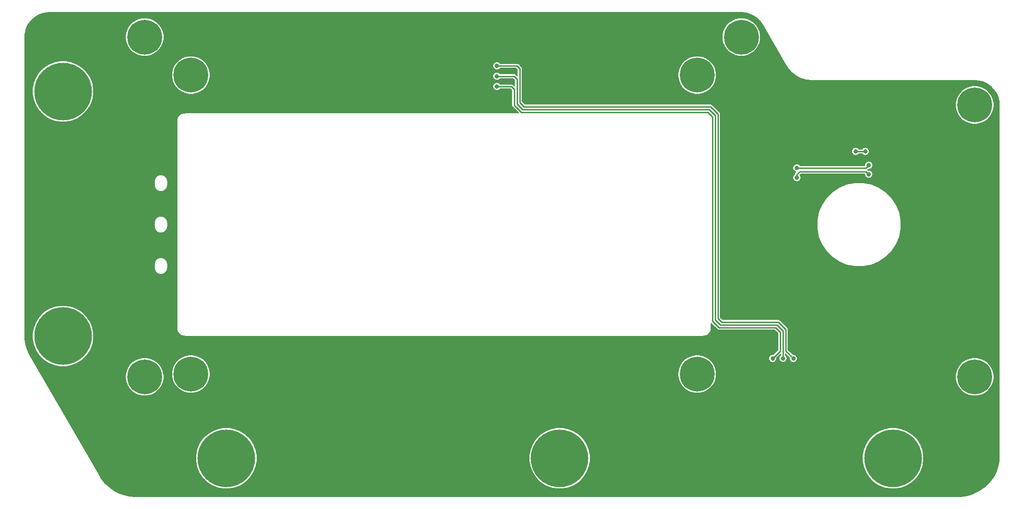
<source format=gbr>
G04 #@! TF.GenerationSoftware,KiCad,Pcbnew,(5.1.4)-1*
G04 #@! TF.CreationDate,2020-03-27T04:02:31-04:00*
G04 #@! TF.ProjectId,stepUP_lcd,73746570-5550-45f6-9c63-642e6b696361,rev?*
G04 #@! TF.SameCoordinates,Original*
G04 #@! TF.FileFunction,Copper,L1,Top*
G04 #@! TF.FilePolarity,Positive*
%FSLAX46Y46*%
G04 Gerber Fmt 4.6, Leading zero omitted, Abs format (unit mm)*
G04 Created by KiCad (PCBNEW (5.1.4)-1) date 2020-03-27 04:02:31*
%MOMM*%
%LPD*%
G04 APERTURE LIST*
%ADD10C,6.400000*%
%ADD11C,10.600000*%
%ADD12C,0.800000*%
%ADD13C,0.250000*%
%ADD14C,0.152400*%
G04 APERTURE END LIST*
D10*
X170250000Y-102500000D03*
X170250000Y-47500000D03*
X77250000Y-47500000D03*
X77250000Y-102500000D03*
X221250000Y-103000000D03*
X221250000Y-53000000D03*
X178363248Y-40500000D03*
X68750000Y-40500000D03*
X68750000Y-103000000D03*
D11*
X206250000Y-118000000D03*
X145000000Y-118000000D03*
X83750000Y-118000000D03*
X53750000Y-95500000D03*
X53750000Y-50500000D03*
D12*
X192253000Y-71190000D03*
X194920000Y-102559000D03*
X208763000Y-80969000D03*
X217780000Y-81731000D03*
X202794000Y-54680000D03*
X194793000Y-59379000D03*
X216383000Y-75000000D03*
X70714000Y-59252000D03*
X84049000Y-43631000D03*
X201778000Y-65729000D03*
X188570000Y-66364000D03*
X201778000Y-64078000D03*
X188570000Y-64586000D03*
X201143000Y-61538000D03*
X199365000Y-61538000D03*
X133452000Y-45790000D03*
X187935000Y-99638000D03*
X133452000Y-47695000D03*
X186030000Y-99614694D03*
X133452000Y-49600000D03*
X184125000Y-99638000D03*
D13*
X201270000Y-65221000D02*
X201778000Y-65729000D01*
X189147315Y-65221000D02*
X201270000Y-65221000D01*
X188570000Y-65798315D02*
X189147315Y-65221000D01*
X188570000Y-66364000D02*
X188570000Y-65798315D01*
X201778000Y-64078000D02*
X201270000Y-64586000D01*
X201270000Y-64586000D02*
X188697000Y-64586000D01*
X201143000Y-61538000D02*
X199365000Y-61538000D01*
X186538000Y-94304000D02*
X186538000Y-98241000D01*
X185141000Y-92907000D02*
X186538000Y-94304000D01*
X186538000Y-98241000D02*
X187935000Y-99638000D01*
X174727000Y-92907000D02*
X185141000Y-92907000D01*
X174092000Y-92272000D02*
X174727000Y-92907000D01*
X133452000Y-45790000D02*
X137135000Y-45790000D01*
X137643000Y-46298000D02*
X137643000Y-52521000D01*
X137643000Y-52521000D02*
X138405000Y-53283000D01*
X137135000Y-45790000D02*
X137643000Y-46298000D01*
X138405000Y-53283000D02*
X172695000Y-53283000D01*
X174092000Y-54680000D02*
X174092000Y-92272000D01*
X172695000Y-53283000D02*
X174092000Y-54680000D01*
X186030000Y-94558000D02*
X186030000Y-99614694D01*
X174473000Y-93415000D02*
X184887000Y-93415000D01*
X184887000Y-93415000D02*
X186030000Y-94558000D01*
X173584000Y-92526000D02*
X174473000Y-93415000D01*
X173584000Y-54934000D02*
X173584000Y-92526000D01*
X136627000Y-47695000D02*
X137135000Y-48203000D01*
X133452000Y-47695000D02*
X136627000Y-47695000D01*
X137135000Y-48203000D02*
X137135000Y-52775000D01*
X137135000Y-52775000D02*
X138151000Y-53791000D01*
X138151000Y-53791000D02*
X172441000Y-53791000D01*
X172441000Y-53791000D02*
X173584000Y-54934000D01*
X185522000Y-94812000D02*
X185522000Y-98241000D01*
X184633000Y-93923000D02*
X185522000Y-94812000D01*
X174219000Y-93923000D02*
X184633000Y-93923000D01*
X173076000Y-55188000D02*
X173076000Y-92780000D01*
X136119000Y-49600000D02*
X136627000Y-50108000D01*
X133452000Y-49600000D02*
X136119000Y-49600000D01*
X136627000Y-53029000D02*
X137897000Y-54299000D01*
X185522000Y-98241000D02*
X184125000Y-99638000D01*
X173076000Y-92780000D02*
X174219000Y-93923000D01*
X137897000Y-54299000D02*
X172187000Y-54299000D01*
X136627000Y-50108000D02*
X136627000Y-53029000D01*
X172187000Y-54299000D02*
X173076000Y-55188000D01*
D14*
G36*
X178341759Y-35982600D02*
G01*
X179162871Y-36055882D01*
X179937215Y-36267719D01*
X180661815Y-36613335D01*
X181313758Y-37081804D01*
X181874210Y-37660145D01*
X182284920Y-38257733D01*
X186617412Y-45761830D01*
X186628453Y-45777238D01*
X187070177Y-46419949D01*
X187078241Y-46429697D01*
X187085027Y-46440390D01*
X187121332Y-46482449D01*
X187739959Y-47120822D01*
X187751451Y-47130742D01*
X187761730Y-47141920D01*
X187804910Y-47176886D01*
X188526805Y-47695621D01*
X188539878Y-47703352D01*
X188551969Y-47712530D01*
X188600658Y-47739297D01*
X189403005Y-48121997D01*
X189417236Y-48127290D01*
X189430765Y-48134183D01*
X189483396Y-48151894D01*
X189483424Y-48151905D01*
X189483435Y-48151907D01*
X190340860Y-48386472D01*
X190355803Y-48389161D01*
X190370340Y-48393550D01*
X190425268Y-48401661D01*
X190425304Y-48401667D01*
X190425316Y-48401667D01*
X191308614Y-48480499D01*
X191329922Y-48482598D01*
X221228512Y-48482600D01*
X222049624Y-48555882D01*
X222823968Y-48767719D01*
X223548568Y-49113336D01*
X224200511Y-49581805D01*
X224759191Y-50158317D01*
X225206946Y-50824648D01*
X225529632Y-51559745D01*
X225717934Y-52344080D01*
X225767402Y-53017711D01*
X225767400Y-117482934D01*
X225691207Y-118559040D01*
X225467750Y-119596954D01*
X225100282Y-120593019D01*
X224596129Y-121527379D01*
X223965357Y-122381376D01*
X223220544Y-123137982D01*
X222376565Y-123782087D01*
X221450239Y-124300854D01*
X220460061Y-124683925D01*
X219425790Y-124923657D01*
X218352906Y-125016578D01*
X218248118Y-125017401D01*
X67046136Y-125017403D01*
X65970016Y-124941209D01*
X64932102Y-124717752D01*
X63936036Y-124350284D01*
X63001677Y-123846131D01*
X62147679Y-123215358D01*
X61391078Y-122470550D01*
X60740813Y-121618500D01*
X60515309Y-121252664D01*
X58317228Y-117445474D01*
X78119800Y-117445474D01*
X78119800Y-118554526D01*
X78336166Y-119642269D01*
X78760582Y-120666900D01*
X79376738Y-121589043D01*
X80160957Y-122373262D01*
X81083100Y-122989418D01*
X82107731Y-123413834D01*
X83195474Y-123630200D01*
X84304526Y-123630200D01*
X85392269Y-123413834D01*
X86416900Y-122989418D01*
X87339043Y-122373262D01*
X88123262Y-121589043D01*
X88739418Y-120666900D01*
X89163834Y-119642269D01*
X89380200Y-118554526D01*
X89380200Y-117445474D01*
X139369800Y-117445474D01*
X139369800Y-118554526D01*
X139586166Y-119642269D01*
X140010582Y-120666900D01*
X140626738Y-121589043D01*
X141410957Y-122373262D01*
X142333100Y-122989418D01*
X143357731Y-123413834D01*
X144445474Y-123630200D01*
X145554526Y-123630200D01*
X146642269Y-123413834D01*
X147666900Y-122989418D01*
X148589043Y-122373262D01*
X149373262Y-121589043D01*
X149989418Y-120666900D01*
X150413834Y-119642269D01*
X150630200Y-118554526D01*
X150630200Y-117445474D01*
X200619800Y-117445474D01*
X200619800Y-118554526D01*
X200836166Y-119642269D01*
X201260582Y-120666900D01*
X201876738Y-121589043D01*
X202660957Y-122373262D01*
X203583100Y-122989418D01*
X204607731Y-123413834D01*
X205695474Y-123630200D01*
X206804526Y-123630200D01*
X207892269Y-123413834D01*
X208916900Y-122989418D01*
X209839043Y-122373262D01*
X210623262Y-121589043D01*
X211239418Y-120666900D01*
X211663834Y-119642269D01*
X211880200Y-118554526D01*
X211880200Y-117445474D01*
X211663834Y-116357731D01*
X211239418Y-115333100D01*
X210623262Y-114410957D01*
X209839043Y-113626738D01*
X208916900Y-113010582D01*
X207892269Y-112586166D01*
X206804526Y-112369800D01*
X205695474Y-112369800D01*
X204607731Y-112586166D01*
X203583100Y-113010582D01*
X202660957Y-113626738D01*
X201876738Y-114410957D01*
X201260582Y-115333100D01*
X200836166Y-116357731D01*
X200619800Y-117445474D01*
X150630200Y-117445474D01*
X150413834Y-116357731D01*
X149989418Y-115333100D01*
X149373262Y-114410957D01*
X148589043Y-113626738D01*
X147666900Y-113010582D01*
X146642269Y-112586166D01*
X145554526Y-112369800D01*
X144445474Y-112369800D01*
X143357731Y-112586166D01*
X142333100Y-113010582D01*
X141410957Y-113626738D01*
X140626738Y-114410957D01*
X140010582Y-115333100D01*
X139586166Y-116357731D01*
X139369800Y-117445474D01*
X89380200Y-117445474D01*
X89163834Y-116357731D01*
X88739418Y-115333100D01*
X88123262Y-114410957D01*
X87339043Y-113626738D01*
X86416900Y-113010582D01*
X85392269Y-112586166D01*
X84304526Y-112369800D01*
X83195474Y-112369800D01*
X82107731Y-112586166D01*
X81083100Y-113010582D01*
X80160957Y-113626738D01*
X79376738Y-114410957D01*
X78760582Y-115333100D01*
X78336166Y-116357731D01*
X78119800Y-117445474D01*
X58317228Y-117445474D01*
X49776389Y-102652306D01*
X65219800Y-102652306D01*
X65219800Y-103347694D01*
X65355464Y-104029721D01*
X65621577Y-104672177D01*
X66007915Y-105250371D01*
X66499629Y-105742085D01*
X67077823Y-106128423D01*
X67720279Y-106394536D01*
X68402306Y-106530200D01*
X69097694Y-106530200D01*
X69779721Y-106394536D01*
X70422177Y-106128423D01*
X71000371Y-105742085D01*
X71492085Y-105250371D01*
X71878423Y-104672177D01*
X72144536Y-104029721D01*
X72280200Y-103347694D01*
X72280200Y-102652306D01*
X72180744Y-102152306D01*
X73719800Y-102152306D01*
X73719800Y-102847694D01*
X73855464Y-103529721D01*
X74121577Y-104172177D01*
X74507915Y-104750371D01*
X74999629Y-105242085D01*
X75577823Y-105628423D01*
X76220279Y-105894536D01*
X76902306Y-106030200D01*
X77597694Y-106030200D01*
X78279721Y-105894536D01*
X78922177Y-105628423D01*
X79500371Y-105242085D01*
X79992085Y-104750371D01*
X80378423Y-104172177D01*
X80644536Y-103529721D01*
X80780200Y-102847694D01*
X80780200Y-102152306D01*
X166719800Y-102152306D01*
X166719800Y-102847694D01*
X166855464Y-103529721D01*
X167121577Y-104172177D01*
X167507915Y-104750371D01*
X167999629Y-105242085D01*
X168577823Y-105628423D01*
X169220279Y-105894536D01*
X169902306Y-106030200D01*
X170597694Y-106030200D01*
X171279721Y-105894536D01*
X171922177Y-105628423D01*
X172500371Y-105242085D01*
X172992085Y-104750371D01*
X173378423Y-104172177D01*
X173644536Y-103529721D01*
X173780200Y-102847694D01*
X173780200Y-102652306D01*
X217719800Y-102652306D01*
X217719800Y-103347694D01*
X217855464Y-104029721D01*
X218121577Y-104672177D01*
X218507915Y-105250371D01*
X218999629Y-105742085D01*
X219577823Y-106128423D01*
X220220279Y-106394536D01*
X220902306Y-106530200D01*
X221597694Y-106530200D01*
X222279721Y-106394536D01*
X222922177Y-106128423D01*
X223500371Y-105742085D01*
X223992085Y-105250371D01*
X224378423Y-104672177D01*
X224644536Y-104029721D01*
X224780200Y-103347694D01*
X224780200Y-102652306D01*
X224644536Y-101970279D01*
X224378423Y-101327823D01*
X223992085Y-100749629D01*
X223500371Y-100257915D01*
X222922177Y-99871577D01*
X222279721Y-99605464D01*
X221597694Y-99469800D01*
X220902306Y-99469800D01*
X220220279Y-99605464D01*
X219577823Y-99871577D01*
X218999629Y-100257915D01*
X218507915Y-100749629D01*
X218121577Y-101327823D01*
X217855464Y-101970279D01*
X217719800Y-102652306D01*
X173780200Y-102652306D01*
X173780200Y-102152306D01*
X173644536Y-101470279D01*
X173378423Y-100827823D01*
X172992085Y-100249629D01*
X172500371Y-99757915D01*
X171922177Y-99371577D01*
X171279721Y-99105464D01*
X170597694Y-98969800D01*
X169902306Y-98969800D01*
X169220279Y-99105464D01*
X168577823Y-99371577D01*
X167999629Y-99757915D01*
X167507915Y-100249629D01*
X167121577Y-100827823D01*
X166855464Y-101470279D01*
X166719800Y-102152306D01*
X80780200Y-102152306D01*
X80644536Y-101470279D01*
X80378423Y-100827823D01*
X79992085Y-100249629D01*
X79500371Y-99757915D01*
X78922177Y-99371577D01*
X78279721Y-99105464D01*
X77597694Y-98969800D01*
X76902306Y-98969800D01*
X76220279Y-99105464D01*
X75577823Y-99371577D01*
X74999629Y-99757915D01*
X74507915Y-100249629D01*
X74121577Y-100827823D01*
X73855464Y-101470279D01*
X73719800Y-102152306D01*
X72180744Y-102152306D01*
X72144536Y-101970279D01*
X71878423Y-101327823D01*
X71492085Y-100749629D01*
X71000371Y-100257915D01*
X70422177Y-99871577D01*
X69779721Y-99605464D01*
X69097694Y-99469800D01*
X68402306Y-99469800D01*
X67720279Y-99605464D01*
X67077823Y-99871577D01*
X66499629Y-100257915D01*
X66007915Y-100749629D01*
X65621577Y-101327823D01*
X65355464Y-101970279D01*
X65219800Y-102652306D01*
X49776389Y-102652306D01*
X47681501Y-99023855D01*
X47231083Y-98094196D01*
X46924876Y-97125976D01*
X46760556Y-96117009D01*
X46732599Y-95489262D01*
X46732599Y-94945474D01*
X48119800Y-94945474D01*
X48119800Y-96054526D01*
X48336166Y-97142269D01*
X48760582Y-98166900D01*
X49376738Y-99089043D01*
X50160957Y-99873262D01*
X51083100Y-100489418D01*
X52107731Y-100913834D01*
X53195474Y-101130200D01*
X54304526Y-101130200D01*
X55392269Y-100913834D01*
X56416900Y-100489418D01*
X57339043Y-99873262D01*
X58123262Y-99089043D01*
X58739418Y-98166900D01*
X59163834Y-97142269D01*
X59380200Y-96054526D01*
X59380200Y-94945474D01*
X59206795Y-94073706D01*
X74667401Y-94073706D01*
X74669454Y-94094551D01*
X74669411Y-94100722D01*
X74670069Y-94107428D01*
X74690470Y-94301525D01*
X74699263Y-94344359D01*
X74707460Y-94387333D01*
X74709408Y-94393784D01*
X74767119Y-94580222D01*
X74784070Y-94620548D01*
X74800456Y-94661103D01*
X74803619Y-94667053D01*
X74896445Y-94838730D01*
X74920915Y-94875007D01*
X74944854Y-94911591D01*
X74949112Y-94916812D01*
X75073516Y-95067191D01*
X75104549Y-95098008D01*
X75135156Y-95129263D01*
X75140348Y-95133558D01*
X75291591Y-95256909D01*
X75328001Y-95281100D01*
X75364114Y-95305827D01*
X75370041Y-95309031D01*
X75542362Y-95400656D01*
X75582774Y-95417313D01*
X75623006Y-95434556D01*
X75629443Y-95436549D01*
X75816279Y-95492958D01*
X75859214Y-95501459D01*
X75901970Y-95510547D01*
X75908671Y-95511252D01*
X76102905Y-95530297D01*
X76102921Y-95530297D01*
X76126293Y-95532599D01*
X171373707Y-95532599D01*
X171394552Y-95530546D01*
X171400722Y-95530589D01*
X171407428Y-95529931D01*
X171601525Y-95509530D01*
X171644363Y-95500736D01*
X171687335Y-95492539D01*
X171693786Y-95490592D01*
X171880224Y-95432880D01*
X171920574Y-95415918D01*
X171961102Y-95399544D01*
X171967051Y-95396381D01*
X172138728Y-95303556D01*
X172175015Y-95279080D01*
X172211592Y-95255145D01*
X172216814Y-95250886D01*
X172367192Y-95126483D01*
X172398027Y-95095431D01*
X172429263Y-95064843D01*
X172433558Y-95059651D01*
X172556908Y-94908409D01*
X172581106Y-94871988D01*
X172605826Y-94835885D01*
X172609031Y-94829958D01*
X172700656Y-94657636D01*
X172717327Y-94617189D01*
X172734555Y-94576993D01*
X172736548Y-94570556D01*
X172792957Y-94383720D01*
X172801458Y-94340785D01*
X172810546Y-94298029D01*
X172811251Y-94291328D01*
X172830296Y-94097094D01*
X172830296Y-94097090D01*
X172832599Y-94073707D01*
X172832599Y-93180348D01*
X173881316Y-94229066D01*
X173895568Y-94246432D01*
X173964881Y-94303316D01*
X174043960Y-94345584D01*
X174129765Y-94371613D01*
X174196643Y-94378200D01*
X174196650Y-94378200D01*
X174218999Y-94380401D01*
X174241348Y-94378200D01*
X184444451Y-94378200D01*
X185066800Y-95000550D01*
X185066801Y-98052449D01*
X184209040Y-98910211D01*
X184196918Y-98907800D01*
X184053082Y-98907800D01*
X183912009Y-98935861D01*
X183779121Y-98990905D01*
X183659525Y-99070817D01*
X183557817Y-99172525D01*
X183477905Y-99292121D01*
X183422861Y-99425009D01*
X183394800Y-99566082D01*
X183394800Y-99709918D01*
X183422861Y-99850991D01*
X183477905Y-99983879D01*
X183557817Y-100103475D01*
X183659525Y-100205183D01*
X183779121Y-100285095D01*
X183912009Y-100340139D01*
X184053082Y-100368200D01*
X184196918Y-100368200D01*
X184337991Y-100340139D01*
X184470879Y-100285095D01*
X184590475Y-100205183D01*
X184692183Y-100103475D01*
X184772095Y-99983879D01*
X184827139Y-99850991D01*
X184855200Y-99709918D01*
X184855200Y-99566082D01*
X184852789Y-99553960D01*
X185574801Y-98831949D01*
X185574801Y-99040645D01*
X185564525Y-99047511D01*
X185462817Y-99149219D01*
X185382905Y-99268815D01*
X185327861Y-99401703D01*
X185299800Y-99542776D01*
X185299800Y-99686612D01*
X185327861Y-99827685D01*
X185382905Y-99960573D01*
X185462817Y-100080169D01*
X185564525Y-100181877D01*
X185684121Y-100261789D01*
X185817009Y-100316833D01*
X185958082Y-100344894D01*
X186101918Y-100344894D01*
X186242991Y-100316833D01*
X186375879Y-100261789D01*
X186495475Y-100181877D01*
X186597183Y-100080169D01*
X186677095Y-99960573D01*
X186732139Y-99827685D01*
X186760200Y-99686612D01*
X186760200Y-99542776D01*
X186732139Y-99401703D01*
X186677095Y-99268815D01*
X186597183Y-99149219D01*
X186495475Y-99047511D01*
X186485200Y-99040645D01*
X186485200Y-98831949D01*
X187207211Y-99553961D01*
X187204800Y-99566082D01*
X187204800Y-99709918D01*
X187232861Y-99850991D01*
X187287905Y-99983879D01*
X187367817Y-100103475D01*
X187469525Y-100205183D01*
X187589121Y-100285095D01*
X187722009Y-100340139D01*
X187863082Y-100368200D01*
X188006918Y-100368200D01*
X188147991Y-100340139D01*
X188280879Y-100285095D01*
X188400475Y-100205183D01*
X188502183Y-100103475D01*
X188582095Y-99983879D01*
X188637139Y-99850991D01*
X188665200Y-99709918D01*
X188665200Y-99566082D01*
X188637139Y-99425009D01*
X188582095Y-99292121D01*
X188502183Y-99172525D01*
X188400475Y-99070817D01*
X188280879Y-98990905D01*
X188147991Y-98935861D01*
X188006918Y-98907800D01*
X187863082Y-98907800D01*
X187850961Y-98910211D01*
X186993200Y-98052451D01*
X186993200Y-94326348D01*
X186995401Y-94303999D01*
X186993200Y-94281650D01*
X186993200Y-94281643D01*
X186986613Y-94214765D01*
X186960584Y-94128960D01*
X186918316Y-94049881D01*
X186861432Y-93980568D01*
X186844067Y-93966317D01*
X185478688Y-92600939D01*
X185464432Y-92583568D01*
X185395119Y-92526684D01*
X185316040Y-92484416D01*
X185230235Y-92458387D01*
X185163357Y-92451800D01*
X185163349Y-92451800D01*
X185141000Y-92449599D01*
X185118651Y-92451800D01*
X174915550Y-92451800D01*
X174547200Y-92083451D01*
X174547200Y-74239036D01*
X192273800Y-74239036D01*
X192273800Y-75760964D01*
X192570713Y-77253649D01*
X193153130Y-78659728D01*
X193998668Y-79925166D01*
X195074834Y-81001332D01*
X196340272Y-81846870D01*
X197746351Y-82429287D01*
X199239036Y-82726200D01*
X200760964Y-82726200D01*
X202253649Y-82429287D01*
X203659728Y-81846870D01*
X204925166Y-81001332D01*
X206001332Y-79925166D01*
X206846870Y-78659728D01*
X207429287Y-77253649D01*
X207726200Y-75760964D01*
X207726200Y-74239036D01*
X207429287Y-72746351D01*
X206846870Y-71340272D01*
X206001332Y-70074834D01*
X204925166Y-68998668D01*
X203659728Y-68153130D01*
X202253649Y-67570713D01*
X200760964Y-67273800D01*
X199239036Y-67273800D01*
X197746351Y-67570713D01*
X196340272Y-68153130D01*
X195074834Y-68998668D01*
X193998668Y-70074834D01*
X193153130Y-71340272D01*
X192570713Y-72746351D01*
X192273800Y-74239036D01*
X174547200Y-74239036D01*
X174547200Y-64514082D01*
X187839800Y-64514082D01*
X187839800Y-64657918D01*
X187867861Y-64798991D01*
X187922905Y-64931879D01*
X188002817Y-65051475D01*
X188104525Y-65153183D01*
X188224121Y-65233095D01*
X188357009Y-65288139D01*
X188423250Y-65301315D01*
X188263934Y-65460632D01*
X188246569Y-65474883D01*
X188189685Y-65544196D01*
X188189559Y-65544432D01*
X188147417Y-65623275D01*
X188121387Y-65709081D01*
X188113326Y-65790937D01*
X188104525Y-65796817D01*
X188002817Y-65898525D01*
X187922905Y-66018121D01*
X187867861Y-66151009D01*
X187839800Y-66292082D01*
X187839800Y-66435918D01*
X187867861Y-66576991D01*
X187922905Y-66709879D01*
X188002817Y-66829475D01*
X188104525Y-66931183D01*
X188224121Y-67011095D01*
X188357009Y-67066139D01*
X188498082Y-67094200D01*
X188641918Y-67094200D01*
X188782991Y-67066139D01*
X188915879Y-67011095D01*
X189035475Y-66931183D01*
X189137183Y-66829475D01*
X189217095Y-66709879D01*
X189272139Y-66576991D01*
X189300200Y-66435918D01*
X189300200Y-66292082D01*
X189272139Y-66151009D01*
X189217095Y-66018121D01*
X189137183Y-65898525D01*
X189125361Y-65886703D01*
X189335866Y-65676200D01*
X201047800Y-65676200D01*
X201047800Y-65800918D01*
X201075861Y-65941991D01*
X201130905Y-66074879D01*
X201210817Y-66194475D01*
X201312525Y-66296183D01*
X201432121Y-66376095D01*
X201565009Y-66431139D01*
X201706082Y-66459200D01*
X201849918Y-66459200D01*
X201990991Y-66431139D01*
X202123879Y-66376095D01*
X202243475Y-66296183D01*
X202345183Y-66194475D01*
X202425095Y-66074879D01*
X202480139Y-65941991D01*
X202508200Y-65800918D01*
X202508200Y-65657082D01*
X202480139Y-65516009D01*
X202425095Y-65383121D01*
X202345183Y-65263525D01*
X202243475Y-65161817D01*
X202123879Y-65081905D01*
X201990991Y-65026861D01*
X201849918Y-64998800D01*
X201706082Y-64998800D01*
X201693960Y-65001211D01*
X201607688Y-64914939D01*
X201598300Y-64903500D01*
X201607688Y-64892061D01*
X201693960Y-64805789D01*
X201706082Y-64808200D01*
X201849918Y-64808200D01*
X201990991Y-64780139D01*
X202123879Y-64725095D01*
X202243475Y-64645183D01*
X202345183Y-64543475D01*
X202425095Y-64423879D01*
X202480139Y-64290991D01*
X202508200Y-64149918D01*
X202508200Y-64006082D01*
X202480139Y-63865009D01*
X202425095Y-63732121D01*
X202345183Y-63612525D01*
X202243475Y-63510817D01*
X202123879Y-63430905D01*
X201990991Y-63375861D01*
X201849918Y-63347800D01*
X201706082Y-63347800D01*
X201565009Y-63375861D01*
X201432121Y-63430905D01*
X201312525Y-63510817D01*
X201210817Y-63612525D01*
X201130905Y-63732121D01*
X201075861Y-63865009D01*
X201047800Y-64006082D01*
X201047800Y-64130800D01*
X189144049Y-64130800D01*
X189137183Y-64120525D01*
X189035475Y-64018817D01*
X188915879Y-63938905D01*
X188782991Y-63883861D01*
X188641918Y-63855800D01*
X188498082Y-63855800D01*
X188357009Y-63883861D01*
X188224121Y-63938905D01*
X188104525Y-64018817D01*
X188002817Y-64120525D01*
X187922905Y-64240121D01*
X187867861Y-64373009D01*
X187839800Y-64514082D01*
X174547200Y-64514082D01*
X174547200Y-61466082D01*
X198634800Y-61466082D01*
X198634800Y-61609918D01*
X198662861Y-61750991D01*
X198717905Y-61883879D01*
X198797817Y-62003475D01*
X198899525Y-62105183D01*
X199019121Y-62185095D01*
X199152009Y-62240139D01*
X199293082Y-62268200D01*
X199436918Y-62268200D01*
X199577991Y-62240139D01*
X199710879Y-62185095D01*
X199830475Y-62105183D01*
X199932183Y-62003475D01*
X199939049Y-61993200D01*
X200568951Y-61993200D01*
X200575817Y-62003475D01*
X200677525Y-62105183D01*
X200797121Y-62185095D01*
X200930009Y-62240139D01*
X201071082Y-62268200D01*
X201214918Y-62268200D01*
X201355991Y-62240139D01*
X201488879Y-62185095D01*
X201608475Y-62105183D01*
X201710183Y-62003475D01*
X201790095Y-61883879D01*
X201845139Y-61750991D01*
X201873200Y-61609918D01*
X201873200Y-61466082D01*
X201845139Y-61325009D01*
X201790095Y-61192121D01*
X201710183Y-61072525D01*
X201608475Y-60970817D01*
X201488879Y-60890905D01*
X201355991Y-60835861D01*
X201214918Y-60807800D01*
X201071082Y-60807800D01*
X200930009Y-60835861D01*
X200797121Y-60890905D01*
X200677525Y-60970817D01*
X200575817Y-61072525D01*
X200568951Y-61082800D01*
X199939049Y-61082800D01*
X199932183Y-61072525D01*
X199830475Y-60970817D01*
X199710879Y-60890905D01*
X199577991Y-60835861D01*
X199436918Y-60807800D01*
X199293082Y-60807800D01*
X199152009Y-60835861D01*
X199019121Y-60890905D01*
X198899525Y-60970817D01*
X198797817Y-61072525D01*
X198717905Y-61192121D01*
X198662861Y-61325009D01*
X198634800Y-61466082D01*
X174547200Y-61466082D01*
X174547200Y-54702348D01*
X174549401Y-54679999D01*
X174547200Y-54657650D01*
X174547200Y-54657643D01*
X174540613Y-54590765D01*
X174514584Y-54504960D01*
X174472316Y-54425881D01*
X174415432Y-54356568D01*
X174398067Y-54342317D01*
X173032688Y-52976939D01*
X173018432Y-52959568D01*
X172949119Y-52902684D01*
X172870040Y-52860416D01*
X172784235Y-52834387D01*
X172717357Y-52827800D01*
X172717349Y-52827800D01*
X172695000Y-52825599D01*
X172672651Y-52827800D01*
X138593550Y-52827800D01*
X138418056Y-52652306D01*
X217719800Y-52652306D01*
X217719800Y-53347694D01*
X217855464Y-54029721D01*
X218121577Y-54672177D01*
X218507915Y-55250371D01*
X218999629Y-55742085D01*
X219577823Y-56128423D01*
X220220279Y-56394536D01*
X220902306Y-56530200D01*
X221597694Y-56530200D01*
X222279721Y-56394536D01*
X222922177Y-56128423D01*
X223500371Y-55742085D01*
X223992085Y-55250371D01*
X224378423Y-54672177D01*
X224644536Y-54029721D01*
X224780200Y-53347694D01*
X224780200Y-52652306D01*
X224644536Y-51970279D01*
X224378423Y-51327823D01*
X223992085Y-50749629D01*
X223500371Y-50257915D01*
X222922177Y-49871577D01*
X222279721Y-49605464D01*
X221597694Y-49469800D01*
X220902306Y-49469800D01*
X220220279Y-49605464D01*
X219577823Y-49871577D01*
X218999629Y-50257915D01*
X218507915Y-50749629D01*
X218121577Y-51327823D01*
X217855464Y-51970279D01*
X217719800Y-52652306D01*
X138418056Y-52652306D01*
X138098200Y-52332451D01*
X138098200Y-47152306D01*
X166719800Y-47152306D01*
X166719800Y-47847694D01*
X166855464Y-48529721D01*
X167121577Y-49172177D01*
X167507915Y-49750371D01*
X167999629Y-50242085D01*
X168577823Y-50628423D01*
X169220279Y-50894536D01*
X169902306Y-51030200D01*
X170597694Y-51030200D01*
X171279721Y-50894536D01*
X171922177Y-50628423D01*
X172500371Y-50242085D01*
X172992085Y-49750371D01*
X173378423Y-49172177D01*
X173644536Y-48529721D01*
X173780200Y-47847694D01*
X173780200Y-47152306D01*
X173644536Y-46470279D01*
X173378423Y-45827823D01*
X172992085Y-45249629D01*
X172500371Y-44757915D01*
X171922177Y-44371577D01*
X171279721Y-44105464D01*
X170597694Y-43969800D01*
X169902306Y-43969800D01*
X169220279Y-44105464D01*
X168577823Y-44371577D01*
X167999629Y-44757915D01*
X167507915Y-45249629D01*
X167121577Y-45827823D01*
X166855464Y-46470279D01*
X166719800Y-47152306D01*
X138098200Y-47152306D01*
X138098200Y-46320346D01*
X138100401Y-46297999D01*
X138098200Y-46275652D01*
X138098200Y-46275643D01*
X138091613Y-46208765D01*
X138065584Y-46122960D01*
X138023316Y-46043881D01*
X137966432Y-45974568D01*
X137949067Y-45960317D01*
X137472688Y-45483939D01*
X137458432Y-45466568D01*
X137389119Y-45409684D01*
X137310040Y-45367416D01*
X137224235Y-45341387D01*
X137157357Y-45334800D01*
X137157349Y-45334800D01*
X137135000Y-45332599D01*
X137112651Y-45334800D01*
X134026049Y-45334800D01*
X134019183Y-45324525D01*
X133917475Y-45222817D01*
X133797879Y-45142905D01*
X133664991Y-45087861D01*
X133523918Y-45059800D01*
X133380082Y-45059800D01*
X133239009Y-45087861D01*
X133106121Y-45142905D01*
X132986525Y-45222817D01*
X132884817Y-45324525D01*
X132804905Y-45444121D01*
X132749861Y-45577009D01*
X132721800Y-45718082D01*
X132721800Y-45861918D01*
X132749861Y-46002991D01*
X132804905Y-46135879D01*
X132884817Y-46255475D01*
X132986525Y-46357183D01*
X133106121Y-46437095D01*
X133239009Y-46492139D01*
X133380082Y-46520200D01*
X133523918Y-46520200D01*
X133664991Y-46492139D01*
X133797879Y-46437095D01*
X133917475Y-46357183D01*
X134019183Y-46255475D01*
X134026049Y-46245200D01*
X136946451Y-46245200D01*
X137187800Y-46486550D01*
X137187800Y-47612051D01*
X136964688Y-47388939D01*
X136950432Y-47371568D01*
X136881119Y-47314684D01*
X136802040Y-47272416D01*
X136716235Y-47246387D01*
X136649357Y-47239800D01*
X136649349Y-47239800D01*
X136627000Y-47237599D01*
X136604651Y-47239800D01*
X134026049Y-47239800D01*
X134019183Y-47229525D01*
X133917475Y-47127817D01*
X133797879Y-47047905D01*
X133664991Y-46992861D01*
X133523918Y-46964800D01*
X133380082Y-46964800D01*
X133239009Y-46992861D01*
X133106121Y-47047905D01*
X132986525Y-47127817D01*
X132884817Y-47229525D01*
X132804905Y-47349121D01*
X132749861Y-47482009D01*
X132721800Y-47623082D01*
X132721800Y-47766918D01*
X132749861Y-47907991D01*
X132804905Y-48040879D01*
X132884817Y-48160475D01*
X132986525Y-48262183D01*
X133106121Y-48342095D01*
X133239009Y-48397139D01*
X133380082Y-48425200D01*
X133523918Y-48425200D01*
X133664991Y-48397139D01*
X133797879Y-48342095D01*
X133917475Y-48262183D01*
X134019183Y-48160475D01*
X134026049Y-48150200D01*
X136438451Y-48150200D01*
X136679800Y-48391550D01*
X136679800Y-49517051D01*
X136456688Y-49293939D01*
X136442432Y-49276568D01*
X136373119Y-49219684D01*
X136294040Y-49177416D01*
X136208235Y-49151387D01*
X136141357Y-49144800D01*
X136141349Y-49144800D01*
X136119000Y-49142599D01*
X136096651Y-49144800D01*
X134026049Y-49144800D01*
X134019183Y-49134525D01*
X133917475Y-49032817D01*
X133797879Y-48952905D01*
X133664991Y-48897861D01*
X133523918Y-48869800D01*
X133380082Y-48869800D01*
X133239009Y-48897861D01*
X133106121Y-48952905D01*
X132986525Y-49032817D01*
X132884817Y-49134525D01*
X132804905Y-49254121D01*
X132749861Y-49387009D01*
X132721800Y-49528082D01*
X132721800Y-49671918D01*
X132749861Y-49812991D01*
X132804905Y-49945879D01*
X132884817Y-50065475D01*
X132986525Y-50167183D01*
X133106121Y-50247095D01*
X133239009Y-50302139D01*
X133380082Y-50330200D01*
X133523918Y-50330200D01*
X133664991Y-50302139D01*
X133797879Y-50247095D01*
X133917475Y-50167183D01*
X134019183Y-50065475D01*
X134026049Y-50055200D01*
X135930451Y-50055200D01*
X136171800Y-50296550D01*
X136171801Y-53006641D01*
X136169599Y-53029000D01*
X136178387Y-53118234D01*
X136199253Y-53187016D01*
X136204417Y-53204040D01*
X136246685Y-53283119D01*
X136303569Y-53352432D01*
X136320935Y-53366684D01*
X137421651Y-54467401D01*
X76126293Y-54467401D01*
X76105448Y-54469454D01*
X76099278Y-54469411D01*
X76092572Y-54470069D01*
X75898475Y-54490470D01*
X75855637Y-54499264D01*
X75812665Y-54507461D01*
X75806216Y-54509408D01*
X75806210Y-54509410D01*
X75619776Y-54567120D01*
X75579426Y-54584082D01*
X75538898Y-54600456D01*
X75532949Y-54603619D01*
X75361272Y-54696444D01*
X75325002Y-54720908D01*
X75288407Y-54744855D01*
X75283186Y-54749114D01*
X75132808Y-54873518D01*
X75101992Y-54904550D01*
X75070737Y-54935157D01*
X75066442Y-54940349D01*
X74943092Y-55091591D01*
X74918901Y-55128001D01*
X74894174Y-55164114D01*
X74890969Y-55170042D01*
X74799344Y-55342364D01*
X74782685Y-55382783D01*
X74765445Y-55423007D01*
X74763453Y-55429444D01*
X74707043Y-55616280D01*
X74698541Y-55659221D01*
X74689454Y-55701971D01*
X74688749Y-55708673D01*
X74669704Y-55902906D01*
X74669704Y-55902921D01*
X74667402Y-55926293D01*
X74667401Y-94073706D01*
X59206795Y-94073706D01*
X59163834Y-93857731D01*
X58739418Y-92833100D01*
X58123262Y-91910957D01*
X57339043Y-91126738D01*
X56416900Y-90510582D01*
X55392269Y-90086166D01*
X54304526Y-89869800D01*
X53195474Y-89869800D01*
X52107731Y-90086166D01*
X51083100Y-90510582D01*
X50160957Y-91126738D01*
X49376738Y-91910957D01*
X48760582Y-92833100D01*
X48336166Y-93857731D01*
X48119800Y-94945474D01*
X46732599Y-94945474D01*
X46732599Y-82259569D01*
X70499800Y-82259569D01*
X70499800Y-82980432D01*
X70517600Y-83161161D01*
X70587944Y-83393055D01*
X70702178Y-83606769D01*
X70855910Y-83794091D01*
X71043232Y-83947823D01*
X71256946Y-84062056D01*
X71488840Y-84132400D01*
X71730000Y-84156152D01*
X71971161Y-84132400D01*
X72203055Y-84062056D01*
X72416769Y-83947823D01*
X72604091Y-83794091D01*
X72757823Y-83606769D01*
X72872056Y-83393055D01*
X72942400Y-83161160D01*
X72960200Y-82980431D01*
X72960200Y-82259568D01*
X72942400Y-82078839D01*
X72872056Y-81846945D01*
X72757823Y-81633231D01*
X72604091Y-81445909D01*
X72416768Y-81292177D01*
X72203054Y-81177944D01*
X71971160Y-81107600D01*
X71730000Y-81083848D01*
X71488839Y-81107600D01*
X71256945Y-81177944D01*
X71043231Y-81292177D01*
X70855909Y-81445909D01*
X70702177Y-81633232D01*
X70587944Y-81846946D01*
X70517600Y-82078840D01*
X70499800Y-82259569D01*
X46732599Y-82259569D01*
X46732599Y-74639569D01*
X70499800Y-74639569D01*
X70499800Y-75360432D01*
X70517600Y-75541161D01*
X70587944Y-75773055D01*
X70702178Y-75986769D01*
X70855910Y-76174091D01*
X71043232Y-76327823D01*
X71256946Y-76442056D01*
X71488840Y-76512400D01*
X71730000Y-76536152D01*
X71971161Y-76512400D01*
X72203055Y-76442056D01*
X72416769Y-76327823D01*
X72604091Y-76174091D01*
X72757823Y-75986769D01*
X72872056Y-75773055D01*
X72942400Y-75541160D01*
X72960200Y-75360431D01*
X72960200Y-74639568D01*
X72942400Y-74458839D01*
X72872056Y-74226945D01*
X72757823Y-74013231D01*
X72604091Y-73825909D01*
X72416768Y-73672177D01*
X72203054Y-73557944D01*
X71971160Y-73487600D01*
X71730000Y-73463848D01*
X71488839Y-73487600D01*
X71256945Y-73557944D01*
X71043231Y-73672177D01*
X70855909Y-73825909D01*
X70702177Y-74013232D01*
X70587944Y-74226946D01*
X70517600Y-74458840D01*
X70499800Y-74639569D01*
X46732599Y-74639569D01*
X46732599Y-67019569D01*
X70499800Y-67019569D01*
X70499800Y-67740432D01*
X70517600Y-67921161D01*
X70587944Y-68153055D01*
X70702178Y-68366769D01*
X70855910Y-68554091D01*
X71043232Y-68707823D01*
X71256946Y-68822056D01*
X71488840Y-68892400D01*
X71730000Y-68916152D01*
X71971161Y-68892400D01*
X72203055Y-68822056D01*
X72416769Y-68707823D01*
X72604091Y-68554091D01*
X72757823Y-68366769D01*
X72872056Y-68153055D01*
X72942400Y-67921160D01*
X72960200Y-67740431D01*
X72960200Y-67019568D01*
X72942400Y-66838839D01*
X72872056Y-66606945D01*
X72757823Y-66393231D01*
X72604091Y-66205909D01*
X72416768Y-66052177D01*
X72203054Y-65937944D01*
X71971160Y-65867600D01*
X71730000Y-65843848D01*
X71488839Y-65867600D01*
X71256945Y-65937944D01*
X71043231Y-66052177D01*
X70855909Y-66205909D01*
X70702177Y-66393232D01*
X70587944Y-66606946D01*
X70517600Y-66838840D01*
X70499800Y-67019569D01*
X46732599Y-67019569D01*
X46732599Y-49945474D01*
X48119800Y-49945474D01*
X48119800Y-51054526D01*
X48336166Y-52142269D01*
X48760582Y-53166900D01*
X49376738Y-54089043D01*
X50160957Y-54873262D01*
X51083100Y-55489418D01*
X52107731Y-55913834D01*
X53195474Y-56130200D01*
X54304526Y-56130200D01*
X55392269Y-55913834D01*
X56416900Y-55489418D01*
X57339043Y-54873262D01*
X58123262Y-54089043D01*
X58739418Y-53166900D01*
X59163834Y-52142269D01*
X59380200Y-51054526D01*
X59380200Y-49945474D01*
X59163834Y-48857731D01*
X58739418Y-47833100D01*
X58284527Y-47152306D01*
X73719800Y-47152306D01*
X73719800Y-47847694D01*
X73855464Y-48529721D01*
X74121577Y-49172177D01*
X74507915Y-49750371D01*
X74999629Y-50242085D01*
X75577823Y-50628423D01*
X76220279Y-50894536D01*
X76902306Y-51030200D01*
X77597694Y-51030200D01*
X78279721Y-50894536D01*
X78922177Y-50628423D01*
X79500371Y-50242085D01*
X79992085Y-49750371D01*
X80378423Y-49172177D01*
X80644536Y-48529721D01*
X80780200Y-47847694D01*
X80780200Y-47152306D01*
X80644536Y-46470279D01*
X80378423Y-45827823D01*
X79992085Y-45249629D01*
X79500371Y-44757915D01*
X78922177Y-44371577D01*
X78279721Y-44105464D01*
X77597694Y-43969800D01*
X76902306Y-43969800D01*
X76220279Y-44105464D01*
X75577823Y-44371577D01*
X74999629Y-44757915D01*
X74507915Y-45249629D01*
X74121577Y-45827823D01*
X73855464Y-46470279D01*
X73719800Y-47152306D01*
X58284527Y-47152306D01*
X58123262Y-46910957D01*
X57339043Y-46126738D01*
X56416900Y-45510582D01*
X55392269Y-45086166D01*
X54304526Y-44869800D01*
X53195474Y-44869800D01*
X52107731Y-45086166D01*
X51083100Y-45510582D01*
X50160957Y-46126738D01*
X49376738Y-46910957D01*
X48760582Y-47833100D01*
X48336166Y-48857731D01*
X48119800Y-49945474D01*
X46732599Y-49945474D01*
X46732599Y-40521488D01*
X46765547Y-40152306D01*
X65219800Y-40152306D01*
X65219800Y-40847694D01*
X65355464Y-41529721D01*
X65621577Y-42172177D01*
X66007915Y-42750371D01*
X66499629Y-43242085D01*
X67077823Y-43628423D01*
X67720279Y-43894536D01*
X68402306Y-44030200D01*
X69097694Y-44030200D01*
X69779721Y-43894536D01*
X70422177Y-43628423D01*
X71000371Y-43242085D01*
X71492085Y-42750371D01*
X71878423Y-42172177D01*
X72144536Y-41529721D01*
X72280200Y-40847694D01*
X72280200Y-40152306D01*
X174833048Y-40152306D01*
X174833048Y-40847694D01*
X174968712Y-41529721D01*
X175234825Y-42172177D01*
X175621163Y-42750371D01*
X176112877Y-43242085D01*
X176691071Y-43628423D01*
X177333527Y-43894536D01*
X178015554Y-44030200D01*
X178710942Y-44030200D01*
X179392969Y-43894536D01*
X180035425Y-43628423D01*
X180613619Y-43242085D01*
X181105333Y-42750371D01*
X181491671Y-42172177D01*
X181757784Y-41529721D01*
X181893448Y-40847694D01*
X181893448Y-40152306D01*
X181757784Y-39470279D01*
X181491671Y-38827823D01*
X181105333Y-38249629D01*
X180613619Y-37757915D01*
X180035425Y-37371577D01*
X179392969Y-37105464D01*
X178710942Y-36969800D01*
X178015554Y-36969800D01*
X177333527Y-37105464D01*
X176691071Y-37371577D01*
X176112877Y-37757915D01*
X175621163Y-38249629D01*
X175234825Y-38827823D01*
X174968712Y-39470279D01*
X174833048Y-40152306D01*
X72280200Y-40152306D01*
X72144536Y-39470279D01*
X71878423Y-38827823D01*
X71492085Y-38249629D01*
X71000371Y-37757915D01*
X70422177Y-37371577D01*
X69779721Y-37105464D01*
X69097694Y-36969800D01*
X68402306Y-36969800D01*
X67720279Y-37105464D01*
X67077823Y-37371577D01*
X66499629Y-37757915D01*
X66007915Y-38249629D01*
X65621577Y-38827823D01*
X65355464Y-39470279D01*
X65219800Y-40152306D01*
X46765547Y-40152306D01*
X46805881Y-39700376D01*
X47017718Y-38926032D01*
X47363335Y-38201432D01*
X47831804Y-37549489D01*
X48408316Y-36990809D01*
X49074647Y-36543054D01*
X49809744Y-36220368D01*
X50594079Y-36032066D01*
X51267710Y-35982598D01*
X178341759Y-35982600D01*
X178341759Y-35982600D01*
G37*
X178341759Y-35982600D02*
X179162871Y-36055882D01*
X179937215Y-36267719D01*
X180661815Y-36613335D01*
X181313758Y-37081804D01*
X181874210Y-37660145D01*
X182284920Y-38257733D01*
X186617412Y-45761830D01*
X186628453Y-45777238D01*
X187070177Y-46419949D01*
X187078241Y-46429697D01*
X187085027Y-46440390D01*
X187121332Y-46482449D01*
X187739959Y-47120822D01*
X187751451Y-47130742D01*
X187761730Y-47141920D01*
X187804910Y-47176886D01*
X188526805Y-47695621D01*
X188539878Y-47703352D01*
X188551969Y-47712530D01*
X188600658Y-47739297D01*
X189403005Y-48121997D01*
X189417236Y-48127290D01*
X189430765Y-48134183D01*
X189483396Y-48151894D01*
X189483424Y-48151905D01*
X189483435Y-48151907D01*
X190340860Y-48386472D01*
X190355803Y-48389161D01*
X190370340Y-48393550D01*
X190425268Y-48401661D01*
X190425304Y-48401667D01*
X190425316Y-48401667D01*
X191308614Y-48480499D01*
X191329922Y-48482598D01*
X221228512Y-48482600D01*
X222049624Y-48555882D01*
X222823968Y-48767719D01*
X223548568Y-49113336D01*
X224200511Y-49581805D01*
X224759191Y-50158317D01*
X225206946Y-50824648D01*
X225529632Y-51559745D01*
X225717934Y-52344080D01*
X225767402Y-53017711D01*
X225767400Y-117482934D01*
X225691207Y-118559040D01*
X225467750Y-119596954D01*
X225100282Y-120593019D01*
X224596129Y-121527379D01*
X223965357Y-122381376D01*
X223220544Y-123137982D01*
X222376565Y-123782087D01*
X221450239Y-124300854D01*
X220460061Y-124683925D01*
X219425790Y-124923657D01*
X218352906Y-125016578D01*
X218248118Y-125017401D01*
X67046136Y-125017403D01*
X65970016Y-124941209D01*
X64932102Y-124717752D01*
X63936036Y-124350284D01*
X63001677Y-123846131D01*
X62147679Y-123215358D01*
X61391078Y-122470550D01*
X60740813Y-121618500D01*
X60515309Y-121252664D01*
X58317228Y-117445474D01*
X78119800Y-117445474D01*
X78119800Y-118554526D01*
X78336166Y-119642269D01*
X78760582Y-120666900D01*
X79376738Y-121589043D01*
X80160957Y-122373262D01*
X81083100Y-122989418D01*
X82107731Y-123413834D01*
X83195474Y-123630200D01*
X84304526Y-123630200D01*
X85392269Y-123413834D01*
X86416900Y-122989418D01*
X87339043Y-122373262D01*
X88123262Y-121589043D01*
X88739418Y-120666900D01*
X89163834Y-119642269D01*
X89380200Y-118554526D01*
X89380200Y-117445474D01*
X139369800Y-117445474D01*
X139369800Y-118554526D01*
X139586166Y-119642269D01*
X140010582Y-120666900D01*
X140626738Y-121589043D01*
X141410957Y-122373262D01*
X142333100Y-122989418D01*
X143357731Y-123413834D01*
X144445474Y-123630200D01*
X145554526Y-123630200D01*
X146642269Y-123413834D01*
X147666900Y-122989418D01*
X148589043Y-122373262D01*
X149373262Y-121589043D01*
X149989418Y-120666900D01*
X150413834Y-119642269D01*
X150630200Y-118554526D01*
X150630200Y-117445474D01*
X200619800Y-117445474D01*
X200619800Y-118554526D01*
X200836166Y-119642269D01*
X201260582Y-120666900D01*
X201876738Y-121589043D01*
X202660957Y-122373262D01*
X203583100Y-122989418D01*
X204607731Y-123413834D01*
X205695474Y-123630200D01*
X206804526Y-123630200D01*
X207892269Y-123413834D01*
X208916900Y-122989418D01*
X209839043Y-122373262D01*
X210623262Y-121589043D01*
X211239418Y-120666900D01*
X211663834Y-119642269D01*
X211880200Y-118554526D01*
X211880200Y-117445474D01*
X211663834Y-116357731D01*
X211239418Y-115333100D01*
X210623262Y-114410957D01*
X209839043Y-113626738D01*
X208916900Y-113010582D01*
X207892269Y-112586166D01*
X206804526Y-112369800D01*
X205695474Y-112369800D01*
X204607731Y-112586166D01*
X203583100Y-113010582D01*
X202660957Y-113626738D01*
X201876738Y-114410957D01*
X201260582Y-115333100D01*
X200836166Y-116357731D01*
X200619800Y-117445474D01*
X150630200Y-117445474D01*
X150413834Y-116357731D01*
X149989418Y-115333100D01*
X149373262Y-114410957D01*
X148589043Y-113626738D01*
X147666900Y-113010582D01*
X146642269Y-112586166D01*
X145554526Y-112369800D01*
X144445474Y-112369800D01*
X143357731Y-112586166D01*
X142333100Y-113010582D01*
X141410957Y-113626738D01*
X140626738Y-114410957D01*
X140010582Y-115333100D01*
X139586166Y-116357731D01*
X139369800Y-117445474D01*
X89380200Y-117445474D01*
X89163834Y-116357731D01*
X88739418Y-115333100D01*
X88123262Y-114410957D01*
X87339043Y-113626738D01*
X86416900Y-113010582D01*
X85392269Y-112586166D01*
X84304526Y-112369800D01*
X83195474Y-112369800D01*
X82107731Y-112586166D01*
X81083100Y-113010582D01*
X80160957Y-113626738D01*
X79376738Y-114410957D01*
X78760582Y-115333100D01*
X78336166Y-116357731D01*
X78119800Y-117445474D01*
X58317228Y-117445474D01*
X49776389Y-102652306D01*
X65219800Y-102652306D01*
X65219800Y-103347694D01*
X65355464Y-104029721D01*
X65621577Y-104672177D01*
X66007915Y-105250371D01*
X66499629Y-105742085D01*
X67077823Y-106128423D01*
X67720279Y-106394536D01*
X68402306Y-106530200D01*
X69097694Y-106530200D01*
X69779721Y-106394536D01*
X70422177Y-106128423D01*
X71000371Y-105742085D01*
X71492085Y-105250371D01*
X71878423Y-104672177D01*
X72144536Y-104029721D01*
X72280200Y-103347694D01*
X72280200Y-102652306D01*
X72180744Y-102152306D01*
X73719800Y-102152306D01*
X73719800Y-102847694D01*
X73855464Y-103529721D01*
X74121577Y-104172177D01*
X74507915Y-104750371D01*
X74999629Y-105242085D01*
X75577823Y-105628423D01*
X76220279Y-105894536D01*
X76902306Y-106030200D01*
X77597694Y-106030200D01*
X78279721Y-105894536D01*
X78922177Y-105628423D01*
X79500371Y-105242085D01*
X79992085Y-104750371D01*
X80378423Y-104172177D01*
X80644536Y-103529721D01*
X80780200Y-102847694D01*
X80780200Y-102152306D01*
X166719800Y-102152306D01*
X166719800Y-102847694D01*
X166855464Y-103529721D01*
X167121577Y-104172177D01*
X167507915Y-104750371D01*
X167999629Y-105242085D01*
X168577823Y-105628423D01*
X169220279Y-105894536D01*
X169902306Y-106030200D01*
X170597694Y-106030200D01*
X171279721Y-105894536D01*
X171922177Y-105628423D01*
X172500371Y-105242085D01*
X172992085Y-104750371D01*
X173378423Y-104172177D01*
X173644536Y-103529721D01*
X173780200Y-102847694D01*
X173780200Y-102652306D01*
X217719800Y-102652306D01*
X217719800Y-103347694D01*
X217855464Y-104029721D01*
X218121577Y-104672177D01*
X218507915Y-105250371D01*
X218999629Y-105742085D01*
X219577823Y-106128423D01*
X220220279Y-106394536D01*
X220902306Y-106530200D01*
X221597694Y-106530200D01*
X222279721Y-106394536D01*
X222922177Y-106128423D01*
X223500371Y-105742085D01*
X223992085Y-105250371D01*
X224378423Y-104672177D01*
X224644536Y-104029721D01*
X224780200Y-103347694D01*
X224780200Y-102652306D01*
X224644536Y-101970279D01*
X224378423Y-101327823D01*
X223992085Y-100749629D01*
X223500371Y-100257915D01*
X222922177Y-99871577D01*
X222279721Y-99605464D01*
X221597694Y-99469800D01*
X220902306Y-99469800D01*
X220220279Y-99605464D01*
X219577823Y-99871577D01*
X218999629Y-100257915D01*
X218507915Y-100749629D01*
X218121577Y-101327823D01*
X217855464Y-101970279D01*
X217719800Y-102652306D01*
X173780200Y-102652306D01*
X173780200Y-102152306D01*
X173644536Y-101470279D01*
X173378423Y-100827823D01*
X172992085Y-100249629D01*
X172500371Y-99757915D01*
X171922177Y-99371577D01*
X171279721Y-99105464D01*
X170597694Y-98969800D01*
X169902306Y-98969800D01*
X169220279Y-99105464D01*
X168577823Y-99371577D01*
X167999629Y-99757915D01*
X167507915Y-100249629D01*
X167121577Y-100827823D01*
X166855464Y-101470279D01*
X166719800Y-102152306D01*
X80780200Y-102152306D01*
X80644536Y-101470279D01*
X80378423Y-100827823D01*
X79992085Y-100249629D01*
X79500371Y-99757915D01*
X78922177Y-99371577D01*
X78279721Y-99105464D01*
X77597694Y-98969800D01*
X76902306Y-98969800D01*
X76220279Y-99105464D01*
X75577823Y-99371577D01*
X74999629Y-99757915D01*
X74507915Y-100249629D01*
X74121577Y-100827823D01*
X73855464Y-101470279D01*
X73719800Y-102152306D01*
X72180744Y-102152306D01*
X72144536Y-101970279D01*
X71878423Y-101327823D01*
X71492085Y-100749629D01*
X71000371Y-100257915D01*
X70422177Y-99871577D01*
X69779721Y-99605464D01*
X69097694Y-99469800D01*
X68402306Y-99469800D01*
X67720279Y-99605464D01*
X67077823Y-99871577D01*
X66499629Y-100257915D01*
X66007915Y-100749629D01*
X65621577Y-101327823D01*
X65355464Y-101970279D01*
X65219800Y-102652306D01*
X49776389Y-102652306D01*
X47681501Y-99023855D01*
X47231083Y-98094196D01*
X46924876Y-97125976D01*
X46760556Y-96117009D01*
X46732599Y-95489262D01*
X46732599Y-94945474D01*
X48119800Y-94945474D01*
X48119800Y-96054526D01*
X48336166Y-97142269D01*
X48760582Y-98166900D01*
X49376738Y-99089043D01*
X50160957Y-99873262D01*
X51083100Y-100489418D01*
X52107731Y-100913834D01*
X53195474Y-101130200D01*
X54304526Y-101130200D01*
X55392269Y-100913834D01*
X56416900Y-100489418D01*
X57339043Y-99873262D01*
X58123262Y-99089043D01*
X58739418Y-98166900D01*
X59163834Y-97142269D01*
X59380200Y-96054526D01*
X59380200Y-94945474D01*
X59206795Y-94073706D01*
X74667401Y-94073706D01*
X74669454Y-94094551D01*
X74669411Y-94100722D01*
X74670069Y-94107428D01*
X74690470Y-94301525D01*
X74699263Y-94344359D01*
X74707460Y-94387333D01*
X74709408Y-94393784D01*
X74767119Y-94580222D01*
X74784070Y-94620548D01*
X74800456Y-94661103D01*
X74803619Y-94667053D01*
X74896445Y-94838730D01*
X74920915Y-94875007D01*
X74944854Y-94911591D01*
X74949112Y-94916812D01*
X75073516Y-95067191D01*
X75104549Y-95098008D01*
X75135156Y-95129263D01*
X75140348Y-95133558D01*
X75291591Y-95256909D01*
X75328001Y-95281100D01*
X75364114Y-95305827D01*
X75370041Y-95309031D01*
X75542362Y-95400656D01*
X75582774Y-95417313D01*
X75623006Y-95434556D01*
X75629443Y-95436549D01*
X75816279Y-95492958D01*
X75859214Y-95501459D01*
X75901970Y-95510547D01*
X75908671Y-95511252D01*
X76102905Y-95530297D01*
X76102921Y-95530297D01*
X76126293Y-95532599D01*
X171373707Y-95532599D01*
X171394552Y-95530546D01*
X171400722Y-95530589D01*
X171407428Y-95529931D01*
X171601525Y-95509530D01*
X171644363Y-95500736D01*
X171687335Y-95492539D01*
X171693786Y-95490592D01*
X171880224Y-95432880D01*
X171920574Y-95415918D01*
X171961102Y-95399544D01*
X171967051Y-95396381D01*
X172138728Y-95303556D01*
X172175015Y-95279080D01*
X172211592Y-95255145D01*
X172216814Y-95250886D01*
X172367192Y-95126483D01*
X172398027Y-95095431D01*
X172429263Y-95064843D01*
X172433558Y-95059651D01*
X172556908Y-94908409D01*
X172581106Y-94871988D01*
X172605826Y-94835885D01*
X172609031Y-94829958D01*
X172700656Y-94657636D01*
X172717327Y-94617189D01*
X172734555Y-94576993D01*
X172736548Y-94570556D01*
X172792957Y-94383720D01*
X172801458Y-94340785D01*
X172810546Y-94298029D01*
X172811251Y-94291328D01*
X172830296Y-94097094D01*
X172830296Y-94097090D01*
X172832599Y-94073707D01*
X172832599Y-93180348D01*
X173881316Y-94229066D01*
X173895568Y-94246432D01*
X173964881Y-94303316D01*
X174043960Y-94345584D01*
X174129765Y-94371613D01*
X174196643Y-94378200D01*
X174196650Y-94378200D01*
X174218999Y-94380401D01*
X174241348Y-94378200D01*
X184444451Y-94378200D01*
X185066800Y-95000550D01*
X185066801Y-98052449D01*
X184209040Y-98910211D01*
X184196918Y-98907800D01*
X184053082Y-98907800D01*
X183912009Y-98935861D01*
X183779121Y-98990905D01*
X183659525Y-99070817D01*
X183557817Y-99172525D01*
X183477905Y-99292121D01*
X183422861Y-99425009D01*
X183394800Y-99566082D01*
X183394800Y-99709918D01*
X183422861Y-99850991D01*
X183477905Y-99983879D01*
X183557817Y-100103475D01*
X183659525Y-100205183D01*
X183779121Y-100285095D01*
X183912009Y-100340139D01*
X184053082Y-100368200D01*
X184196918Y-100368200D01*
X184337991Y-100340139D01*
X184470879Y-100285095D01*
X184590475Y-100205183D01*
X184692183Y-100103475D01*
X184772095Y-99983879D01*
X184827139Y-99850991D01*
X184855200Y-99709918D01*
X184855200Y-99566082D01*
X184852789Y-99553960D01*
X185574801Y-98831949D01*
X185574801Y-99040645D01*
X185564525Y-99047511D01*
X185462817Y-99149219D01*
X185382905Y-99268815D01*
X185327861Y-99401703D01*
X185299800Y-99542776D01*
X185299800Y-99686612D01*
X185327861Y-99827685D01*
X185382905Y-99960573D01*
X185462817Y-100080169D01*
X185564525Y-100181877D01*
X185684121Y-100261789D01*
X185817009Y-100316833D01*
X185958082Y-100344894D01*
X186101918Y-100344894D01*
X186242991Y-100316833D01*
X186375879Y-100261789D01*
X186495475Y-100181877D01*
X186597183Y-100080169D01*
X186677095Y-99960573D01*
X186732139Y-99827685D01*
X186760200Y-99686612D01*
X186760200Y-99542776D01*
X186732139Y-99401703D01*
X186677095Y-99268815D01*
X186597183Y-99149219D01*
X186495475Y-99047511D01*
X186485200Y-99040645D01*
X186485200Y-98831949D01*
X187207211Y-99553961D01*
X187204800Y-99566082D01*
X187204800Y-99709918D01*
X187232861Y-99850991D01*
X187287905Y-99983879D01*
X187367817Y-100103475D01*
X187469525Y-100205183D01*
X187589121Y-100285095D01*
X187722009Y-100340139D01*
X187863082Y-100368200D01*
X188006918Y-100368200D01*
X188147991Y-100340139D01*
X188280879Y-100285095D01*
X188400475Y-100205183D01*
X188502183Y-100103475D01*
X188582095Y-99983879D01*
X188637139Y-99850991D01*
X188665200Y-99709918D01*
X188665200Y-99566082D01*
X188637139Y-99425009D01*
X188582095Y-99292121D01*
X188502183Y-99172525D01*
X188400475Y-99070817D01*
X188280879Y-98990905D01*
X188147991Y-98935861D01*
X188006918Y-98907800D01*
X187863082Y-98907800D01*
X187850961Y-98910211D01*
X186993200Y-98052451D01*
X186993200Y-94326348D01*
X186995401Y-94303999D01*
X186993200Y-94281650D01*
X186993200Y-94281643D01*
X186986613Y-94214765D01*
X186960584Y-94128960D01*
X186918316Y-94049881D01*
X186861432Y-93980568D01*
X186844067Y-93966317D01*
X185478688Y-92600939D01*
X185464432Y-92583568D01*
X185395119Y-92526684D01*
X185316040Y-92484416D01*
X185230235Y-92458387D01*
X185163357Y-92451800D01*
X185163349Y-92451800D01*
X185141000Y-92449599D01*
X185118651Y-92451800D01*
X174915550Y-92451800D01*
X174547200Y-92083451D01*
X174547200Y-74239036D01*
X192273800Y-74239036D01*
X192273800Y-75760964D01*
X192570713Y-77253649D01*
X193153130Y-78659728D01*
X193998668Y-79925166D01*
X195074834Y-81001332D01*
X196340272Y-81846870D01*
X197746351Y-82429287D01*
X199239036Y-82726200D01*
X200760964Y-82726200D01*
X202253649Y-82429287D01*
X203659728Y-81846870D01*
X204925166Y-81001332D01*
X206001332Y-79925166D01*
X206846870Y-78659728D01*
X207429287Y-77253649D01*
X207726200Y-75760964D01*
X207726200Y-74239036D01*
X207429287Y-72746351D01*
X206846870Y-71340272D01*
X206001332Y-70074834D01*
X204925166Y-68998668D01*
X203659728Y-68153130D01*
X202253649Y-67570713D01*
X200760964Y-67273800D01*
X199239036Y-67273800D01*
X197746351Y-67570713D01*
X196340272Y-68153130D01*
X195074834Y-68998668D01*
X193998668Y-70074834D01*
X193153130Y-71340272D01*
X192570713Y-72746351D01*
X192273800Y-74239036D01*
X174547200Y-74239036D01*
X174547200Y-64514082D01*
X187839800Y-64514082D01*
X187839800Y-64657918D01*
X187867861Y-64798991D01*
X187922905Y-64931879D01*
X188002817Y-65051475D01*
X188104525Y-65153183D01*
X188224121Y-65233095D01*
X188357009Y-65288139D01*
X188423250Y-65301315D01*
X188263934Y-65460632D01*
X188246569Y-65474883D01*
X188189685Y-65544196D01*
X188189559Y-65544432D01*
X188147417Y-65623275D01*
X188121387Y-65709081D01*
X188113326Y-65790937D01*
X188104525Y-65796817D01*
X188002817Y-65898525D01*
X187922905Y-66018121D01*
X187867861Y-66151009D01*
X187839800Y-66292082D01*
X187839800Y-66435918D01*
X187867861Y-66576991D01*
X187922905Y-66709879D01*
X188002817Y-66829475D01*
X188104525Y-66931183D01*
X188224121Y-67011095D01*
X188357009Y-67066139D01*
X188498082Y-67094200D01*
X188641918Y-67094200D01*
X188782991Y-67066139D01*
X188915879Y-67011095D01*
X189035475Y-66931183D01*
X189137183Y-66829475D01*
X189217095Y-66709879D01*
X189272139Y-66576991D01*
X189300200Y-66435918D01*
X189300200Y-66292082D01*
X189272139Y-66151009D01*
X189217095Y-66018121D01*
X189137183Y-65898525D01*
X189125361Y-65886703D01*
X189335866Y-65676200D01*
X201047800Y-65676200D01*
X201047800Y-65800918D01*
X201075861Y-65941991D01*
X201130905Y-66074879D01*
X201210817Y-66194475D01*
X201312525Y-66296183D01*
X201432121Y-66376095D01*
X201565009Y-66431139D01*
X201706082Y-66459200D01*
X201849918Y-66459200D01*
X201990991Y-66431139D01*
X202123879Y-66376095D01*
X202243475Y-66296183D01*
X202345183Y-66194475D01*
X202425095Y-66074879D01*
X202480139Y-65941991D01*
X202508200Y-65800918D01*
X202508200Y-65657082D01*
X202480139Y-65516009D01*
X202425095Y-65383121D01*
X202345183Y-65263525D01*
X202243475Y-65161817D01*
X202123879Y-65081905D01*
X201990991Y-65026861D01*
X201849918Y-64998800D01*
X201706082Y-64998800D01*
X201693960Y-65001211D01*
X201607688Y-64914939D01*
X201598300Y-64903500D01*
X201607688Y-64892061D01*
X201693960Y-64805789D01*
X201706082Y-64808200D01*
X201849918Y-64808200D01*
X201990991Y-64780139D01*
X202123879Y-64725095D01*
X202243475Y-64645183D01*
X202345183Y-64543475D01*
X202425095Y-64423879D01*
X202480139Y-64290991D01*
X202508200Y-64149918D01*
X202508200Y-64006082D01*
X202480139Y-63865009D01*
X202425095Y-63732121D01*
X202345183Y-63612525D01*
X202243475Y-63510817D01*
X202123879Y-63430905D01*
X201990991Y-63375861D01*
X201849918Y-63347800D01*
X201706082Y-63347800D01*
X201565009Y-63375861D01*
X201432121Y-63430905D01*
X201312525Y-63510817D01*
X201210817Y-63612525D01*
X201130905Y-63732121D01*
X201075861Y-63865009D01*
X201047800Y-64006082D01*
X201047800Y-64130800D01*
X189144049Y-64130800D01*
X189137183Y-64120525D01*
X189035475Y-64018817D01*
X188915879Y-63938905D01*
X188782991Y-63883861D01*
X188641918Y-63855800D01*
X188498082Y-63855800D01*
X188357009Y-63883861D01*
X188224121Y-63938905D01*
X188104525Y-64018817D01*
X188002817Y-64120525D01*
X187922905Y-64240121D01*
X187867861Y-64373009D01*
X187839800Y-64514082D01*
X174547200Y-64514082D01*
X174547200Y-61466082D01*
X198634800Y-61466082D01*
X198634800Y-61609918D01*
X198662861Y-61750991D01*
X198717905Y-61883879D01*
X198797817Y-62003475D01*
X198899525Y-62105183D01*
X199019121Y-62185095D01*
X199152009Y-62240139D01*
X199293082Y-62268200D01*
X199436918Y-62268200D01*
X199577991Y-62240139D01*
X199710879Y-62185095D01*
X199830475Y-62105183D01*
X199932183Y-62003475D01*
X199939049Y-61993200D01*
X200568951Y-61993200D01*
X200575817Y-62003475D01*
X200677525Y-62105183D01*
X200797121Y-62185095D01*
X200930009Y-62240139D01*
X201071082Y-62268200D01*
X201214918Y-62268200D01*
X201355991Y-62240139D01*
X201488879Y-62185095D01*
X201608475Y-62105183D01*
X201710183Y-62003475D01*
X201790095Y-61883879D01*
X201845139Y-61750991D01*
X201873200Y-61609918D01*
X201873200Y-61466082D01*
X201845139Y-61325009D01*
X201790095Y-61192121D01*
X201710183Y-61072525D01*
X201608475Y-60970817D01*
X201488879Y-60890905D01*
X201355991Y-60835861D01*
X201214918Y-60807800D01*
X201071082Y-60807800D01*
X200930009Y-60835861D01*
X200797121Y-60890905D01*
X200677525Y-60970817D01*
X200575817Y-61072525D01*
X200568951Y-61082800D01*
X199939049Y-61082800D01*
X199932183Y-61072525D01*
X199830475Y-60970817D01*
X199710879Y-60890905D01*
X199577991Y-60835861D01*
X199436918Y-60807800D01*
X199293082Y-60807800D01*
X199152009Y-60835861D01*
X199019121Y-60890905D01*
X198899525Y-60970817D01*
X198797817Y-61072525D01*
X198717905Y-61192121D01*
X198662861Y-61325009D01*
X198634800Y-61466082D01*
X174547200Y-61466082D01*
X174547200Y-54702348D01*
X174549401Y-54679999D01*
X174547200Y-54657650D01*
X174547200Y-54657643D01*
X174540613Y-54590765D01*
X174514584Y-54504960D01*
X174472316Y-54425881D01*
X174415432Y-54356568D01*
X174398067Y-54342317D01*
X173032688Y-52976939D01*
X173018432Y-52959568D01*
X172949119Y-52902684D01*
X172870040Y-52860416D01*
X172784235Y-52834387D01*
X172717357Y-52827800D01*
X172717349Y-52827800D01*
X172695000Y-52825599D01*
X172672651Y-52827800D01*
X138593550Y-52827800D01*
X138418056Y-52652306D01*
X217719800Y-52652306D01*
X217719800Y-53347694D01*
X217855464Y-54029721D01*
X218121577Y-54672177D01*
X218507915Y-55250371D01*
X218999629Y-55742085D01*
X219577823Y-56128423D01*
X220220279Y-56394536D01*
X220902306Y-56530200D01*
X221597694Y-56530200D01*
X222279721Y-56394536D01*
X222922177Y-56128423D01*
X223500371Y-55742085D01*
X223992085Y-55250371D01*
X224378423Y-54672177D01*
X224644536Y-54029721D01*
X224780200Y-53347694D01*
X224780200Y-52652306D01*
X224644536Y-51970279D01*
X224378423Y-51327823D01*
X223992085Y-50749629D01*
X223500371Y-50257915D01*
X222922177Y-49871577D01*
X222279721Y-49605464D01*
X221597694Y-49469800D01*
X220902306Y-49469800D01*
X220220279Y-49605464D01*
X219577823Y-49871577D01*
X218999629Y-50257915D01*
X218507915Y-50749629D01*
X218121577Y-51327823D01*
X217855464Y-51970279D01*
X217719800Y-52652306D01*
X138418056Y-52652306D01*
X138098200Y-52332451D01*
X138098200Y-47152306D01*
X166719800Y-47152306D01*
X166719800Y-47847694D01*
X166855464Y-48529721D01*
X167121577Y-49172177D01*
X167507915Y-49750371D01*
X167999629Y-50242085D01*
X168577823Y-50628423D01*
X169220279Y-50894536D01*
X169902306Y-51030200D01*
X170597694Y-51030200D01*
X171279721Y-50894536D01*
X171922177Y-50628423D01*
X172500371Y-50242085D01*
X172992085Y-49750371D01*
X173378423Y-49172177D01*
X173644536Y-48529721D01*
X173780200Y-47847694D01*
X173780200Y-47152306D01*
X173644536Y-46470279D01*
X173378423Y-45827823D01*
X172992085Y-45249629D01*
X172500371Y-44757915D01*
X171922177Y-44371577D01*
X171279721Y-44105464D01*
X170597694Y-43969800D01*
X169902306Y-43969800D01*
X169220279Y-44105464D01*
X168577823Y-44371577D01*
X167999629Y-44757915D01*
X167507915Y-45249629D01*
X167121577Y-45827823D01*
X166855464Y-46470279D01*
X166719800Y-47152306D01*
X138098200Y-47152306D01*
X138098200Y-46320346D01*
X138100401Y-46297999D01*
X138098200Y-46275652D01*
X138098200Y-46275643D01*
X138091613Y-46208765D01*
X138065584Y-46122960D01*
X138023316Y-46043881D01*
X137966432Y-45974568D01*
X137949067Y-45960317D01*
X137472688Y-45483939D01*
X137458432Y-45466568D01*
X137389119Y-45409684D01*
X137310040Y-45367416D01*
X137224235Y-45341387D01*
X137157357Y-45334800D01*
X137157349Y-45334800D01*
X137135000Y-45332599D01*
X137112651Y-45334800D01*
X134026049Y-45334800D01*
X134019183Y-45324525D01*
X133917475Y-45222817D01*
X133797879Y-45142905D01*
X133664991Y-45087861D01*
X133523918Y-45059800D01*
X133380082Y-45059800D01*
X133239009Y-45087861D01*
X133106121Y-45142905D01*
X132986525Y-45222817D01*
X132884817Y-45324525D01*
X132804905Y-45444121D01*
X132749861Y-45577009D01*
X132721800Y-45718082D01*
X132721800Y-45861918D01*
X132749861Y-46002991D01*
X132804905Y-46135879D01*
X132884817Y-46255475D01*
X132986525Y-46357183D01*
X133106121Y-46437095D01*
X133239009Y-46492139D01*
X133380082Y-46520200D01*
X133523918Y-46520200D01*
X133664991Y-46492139D01*
X133797879Y-46437095D01*
X133917475Y-46357183D01*
X134019183Y-46255475D01*
X134026049Y-46245200D01*
X136946451Y-46245200D01*
X137187800Y-46486550D01*
X137187800Y-47612051D01*
X136964688Y-47388939D01*
X136950432Y-47371568D01*
X136881119Y-47314684D01*
X136802040Y-47272416D01*
X136716235Y-47246387D01*
X136649357Y-47239800D01*
X136649349Y-47239800D01*
X136627000Y-47237599D01*
X136604651Y-47239800D01*
X134026049Y-47239800D01*
X134019183Y-47229525D01*
X133917475Y-47127817D01*
X133797879Y-47047905D01*
X133664991Y-46992861D01*
X133523918Y-46964800D01*
X133380082Y-46964800D01*
X133239009Y-46992861D01*
X133106121Y-47047905D01*
X132986525Y-47127817D01*
X132884817Y-47229525D01*
X132804905Y-47349121D01*
X132749861Y-47482009D01*
X132721800Y-47623082D01*
X132721800Y-47766918D01*
X132749861Y-47907991D01*
X132804905Y-48040879D01*
X132884817Y-48160475D01*
X132986525Y-48262183D01*
X133106121Y-48342095D01*
X133239009Y-48397139D01*
X133380082Y-48425200D01*
X133523918Y-48425200D01*
X133664991Y-48397139D01*
X133797879Y-48342095D01*
X133917475Y-48262183D01*
X134019183Y-48160475D01*
X134026049Y-48150200D01*
X136438451Y-48150200D01*
X136679800Y-48391550D01*
X136679800Y-49517051D01*
X136456688Y-49293939D01*
X136442432Y-49276568D01*
X136373119Y-49219684D01*
X136294040Y-49177416D01*
X136208235Y-49151387D01*
X136141357Y-49144800D01*
X136141349Y-49144800D01*
X136119000Y-49142599D01*
X136096651Y-49144800D01*
X134026049Y-49144800D01*
X134019183Y-49134525D01*
X133917475Y-49032817D01*
X133797879Y-48952905D01*
X133664991Y-48897861D01*
X133523918Y-48869800D01*
X133380082Y-48869800D01*
X133239009Y-48897861D01*
X133106121Y-48952905D01*
X132986525Y-49032817D01*
X132884817Y-49134525D01*
X132804905Y-49254121D01*
X132749861Y-49387009D01*
X132721800Y-49528082D01*
X132721800Y-49671918D01*
X132749861Y-49812991D01*
X132804905Y-49945879D01*
X132884817Y-50065475D01*
X132986525Y-50167183D01*
X133106121Y-50247095D01*
X133239009Y-50302139D01*
X133380082Y-50330200D01*
X133523918Y-50330200D01*
X133664991Y-50302139D01*
X133797879Y-50247095D01*
X133917475Y-50167183D01*
X134019183Y-50065475D01*
X134026049Y-50055200D01*
X135930451Y-50055200D01*
X136171800Y-50296550D01*
X136171801Y-53006641D01*
X136169599Y-53029000D01*
X136178387Y-53118234D01*
X136199253Y-53187016D01*
X136204417Y-53204040D01*
X136246685Y-53283119D01*
X136303569Y-53352432D01*
X136320935Y-53366684D01*
X137421651Y-54467401D01*
X76126293Y-54467401D01*
X76105448Y-54469454D01*
X76099278Y-54469411D01*
X76092572Y-54470069D01*
X75898475Y-54490470D01*
X75855637Y-54499264D01*
X75812665Y-54507461D01*
X75806216Y-54509408D01*
X75806210Y-54509410D01*
X75619776Y-54567120D01*
X75579426Y-54584082D01*
X75538898Y-54600456D01*
X75532949Y-54603619D01*
X75361272Y-54696444D01*
X75325002Y-54720908D01*
X75288407Y-54744855D01*
X75283186Y-54749114D01*
X75132808Y-54873518D01*
X75101992Y-54904550D01*
X75070737Y-54935157D01*
X75066442Y-54940349D01*
X74943092Y-55091591D01*
X74918901Y-55128001D01*
X74894174Y-55164114D01*
X74890969Y-55170042D01*
X74799344Y-55342364D01*
X74782685Y-55382783D01*
X74765445Y-55423007D01*
X74763453Y-55429444D01*
X74707043Y-55616280D01*
X74698541Y-55659221D01*
X74689454Y-55701971D01*
X74688749Y-55708673D01*
X74669704Y-55902906D01*
X74669704Y-55902921D01*
X74667402Y-55926293D01*
X74667401Y-94073706D01*
X59206795Y-94073706D01*
X59163834Y-93857731D01*
X58739418Y-92833100D01*
X58123262Y-91910957D01*
X57339043Y-91126738D01*
X56416900Y-90510582D01*
X55392269Y-90086166D01*
X54304526Y-89869800D01*
X53195474Y-89869800D01*
X52107731Y-90086166D01*
X51083100Y-90510582D01*
X50160957Y-91126738D01*
X49376738Y-91910957D01*
X48760582Y-92833100D01*
X48336166Y-93857731D01*
X48119800Y-94945474D01*
X46732599Y-94945474D01*
X46732599Y-82259569D01*
X70499800Y-82259569D01*
X70499800Y-82980432D01*
X70517600Y-83161161D01*
X70587944Y-83393055D01*
X70702178Y-83606769D01*
X70855910Y-83794091D01*
X71043232Y-83947823D01*
X71256946Y-84062056D01*
X71488840Y-84132400D01*
X71730000Y-84156152D01*
X71971161Y-84132400D01*
X72203055Y-84062056D01*
X72416769Y-83947823D01*
X72604091Y-83794091D01*
X72757823Y-83606769D01*
X72872056Y-83393055D01*
X72942400Y-83161160D01*
X72960200Y-82980431D01*
X72960200Y-82259568D01*
X72942400Y-82078839D01*
X72872056Y-81846945D01*
X72757823Y-81633231D01*
X72604091Y-81445909D01*
X72416768Y-81292177D01*
X72203054Y-81177944D01*
X71971160Y-81107600D01*
X71730000Y-81083848D01*
X71488839Y-81107600D01*
X71256945Y-81177944D01*
X71043231Y-81292177D01*
X70855909Y-81445909D01*
X70702177Y-81633232D01*
X70587944Y-81846946D01*
X70517600Y-82078840D01*
X70499800Y-82259569D01*
X46732599Y-82259569D01*
X46732599Y-74639569D01*
X70499800Y-74639569D01*
X70499800Y-75360432D01*
X70517600Y-75541161D01*
X70587944Y-75773055D01*
X70702178Y-75986769D01*
X70855910Y-76174091D01*
X71043232Y-76327823D01*
X71256946Y-76442056D01*
X71488840Y-76512400D01*
X71730000Y-76536152D01*
X71971161Y-76512400D01*
X72203055Y-76442056D01*
X72416769Y-76327823D01*
X72604091Y-76174091D01*
X72757823Y-75986769D01*
X72872056Y-75773055D01*
X72942400Y-75541160D01*
X72960200Y-75360431D01*
X72960200Y-74639568D01*
X72942400Y-74458839D01*
X72872056Y-74226945D01*
X72757823Y-74013231D01*
X72604091Y-73825909D01*
X72416768Y-73672177D01*
X72203054Y-73557944D01*
X71971160Y-73487600D01*
X71730000Y-73463848D01*
X71488839Y-73487600D01*
X71256945Y-73557944D01*
X71043231Y-73672177D01*
X70855909Y-73825909D01*
X70702177Y-74013232D01*
X70587944Y-74226946D01*
X70517600Y-74458840D01*
X70499800Y-74639569D01*
X46732599Y-74639569D01*
X46732599Y-67019569D01*
X70499800Y-67019569D01*
X70499800Y-67740432D01*
X70517600Y-67921161D01*
X70587944Y-68153055D01*
X70702178Y-68366769D01*
X70855910Y-68554091D01*
X71043232Y-68707823D01*
X71256946Y-68822056D01*
X71488840Y-68892400D01*
X71730000Y-68916152D01*
X71971161Y-68892400D01*
X72203055Y-68822056D01*
X72416769Y-68707823D01*
X72604091Y-68554091D01*
X72757823Y-68366769D01*
X72872056Y-68153055D01*
X72942400Y-67921160D01*
X72960200Y-67740431D01*
X72960200Y-67019568D01*
X72942400Y-66838839D01*
X72872056Y-66606945D01*
X72757823Y-66393231D01*
X72604091Y-66205909D01*
X72416768Y-66052177D01*
X72203054Y-65937944D01*
X71971160Y-65867600D01*
X71730000Y-65843848D01*
X71488839Y-65867600D01*
X71256945Y-65937944D01*
X71043231Y-66052177D01*
X70855909Y-66205909D01*
X70702177Y-66393232D01*
X70587944Y-66606946D01*
X70517600Y-66838840D01*
X70499800Y-67019569D01*
X46732599Y-67019569D01*
X46732599Y-49945474D01*
X48119800Y-49945474D01*
X48119800Y-51054526D01*
X48336166Y-52142269D01*
X48760582Y-53166900D01*
X49376738Y-54089043D01*
X50160957Y-54873262D01*
X51083100Y-55489418D01*
X52107731Y-55913834D01*
X53195474Y-56130200D01*
X54304526Y-56130200D01*
X55392269Y-55913834D01*
X56416900Y-55489418D01*
X57339043Y-54873262D01*
X58123262Y-54089043D01*
X58739418Y-53166900D01*
X59163834Y-52142269D01*
X59380200Y-51054526D01*
X59380200Y-49945474D01*
X59163834Y-48857731D01*
X58739418Y-47833100D01*
X58284527Y-47152306D01*
X73719800Y-47152306D01*
X73719800Y-47847694D01*
X73855464Y-48529721D01*
X74121577Y-49172177D01*
X74507915Y-49750371D01*
X74999629Y-50242085D01*
X75577823Y-50628423D01*
X76220279Y-50894536D01*
X76902306Y-51030200D01*
X77597694Y-51030200D01*
X78279721Y-50894536D01*
X78922177Y-50628423D01*
X79500371Y-50242085D01*
X79992085Y-49750371D01*
X80378423Y-49172177D01*
X80644536Y-48529721D01*
X80780200Y-47847694D01*
X80780200Y-47152306D01*
X80644536Y-46470279D01*
X80378423Y-45827823D01*
X79992085Y-45249629D01*
X79500371Y-44757915D01*
X78922177Y-44371577D01*
X78279721Y-44105464D01*
X77597694Y-43969800D01*
X76902306Y-43969800D01*
X76220279Y-44105464D01*
X75577823Y-44371577D01*
X74999629Y-44757915D01*
X74507915Y-45249629D01*
X74121577Y-45827823D01*
X73855464Y-46470279D01*
X73719800Y-47152306D01*
X58284527Y-47152306D01*
X58123262Y-46910957D01*
X57339043Y-46126738D01*
X56416900Y-45510582D01*
X55392269Y-45086166D01*
X54304526Y-44869800D01*
X53195474Y-44869800D01*
X52107731Y-45086166D01*
X51083100Y-45510582D01*
X50160957Y-46126738D01*
X49376738Y-46910957D01*
X48760582Y-47833100D01*
X48336166Y-48857731D01*
X48119800Y-49945474D01*
X46732599Y-49945474D01*
X46732599Y-40521488D01*
X46765547Y-40152306D01*
X65219800Y-40152306D01*
X65219800Y-40847694D01*
X65355464Y-41529721D01*
X65621577Y-42172177D01*
X66007915Y-42750371D01*
X66499629Y-43242085D01*
X67077823Y-43628423D01*
X67720279Y-43894536D01*
X68402306Y-44030200D01*
X69097694Y-44030200D01*
X69779721Y-43894536D01*
X70422177Y-43628423D01*
X71000371Y-43242085D01*
X71492085Y-42750371D01*
X71878423Y-42172177D01*
X72144536Y-41529721D01*
X72280200Y-40847694D01*
X72280200Y-40152306D01*
X174833048Y-40152306D01*
X174833048Y-40847694D01*
X174968712Y-41529721D01*
X175234825Y-42172177D01*
X175621163Y-42750371D01*
X176112877Y-43242085D01*
X176691071Y-43628423D01*
X177333527Y-43894536D01*
X178015554Y-44030200D01*
X178710942Y-44030200D01*
X179392969Y-43894536D01*
X180035425Y-43628423D01*
X180613619Y-43242085D01*
X181105333Y-42750371D01*
X181491671Y-42172177D01*
X181757784Y-41529721D01*
X181893448Y-40847694D01*
X181893448Y-40152306D01*
X181757784Y-39470279D01*
X181491671Y-38827823D01*
X181105333Y-38249629D01*
X180613619Y-37757915D01*
X180035425Y-37371577D01*
X179392969Y-37105464D01*
X178710942Y-36969800D01*
X178015554Y-36969800D01*
X177333527Y-37105464D01*
X176691071Y-37371577D01*
X176112877Y-37757915D01*
X175621163Y-38249629D01*
X175234825Y-38827823D01*
X174968712Y-39470279D01*
X174833048Y-40152306D01*
X72280200Y-40152306D01*
X72144536Y-39470279D01*
X71878423Y-38827823D01*
X71492085Y-38249629D01*
X71000371Y-37757915D01*
X70422177Y-37371577D01*
X69779721Y-37105464D01*
X69097694Y-36969800D01*
X68402306Y-36969800D01*
X67720279Y-37105464D01*
X67077823Y-37371577D01*
X66499629Y-37757915D01*
X66007915Y-38249629D01*
X65621577Y-38827823D01*
X65355464Y-39470279D01*
X65219800Y-40152306D01*
X46765547Y-40152306D01*
X46805881Y-39700376D01*
X47017718Y-38926032D01*
X47363335Y-38201432D01*
X47831804Y-37549489D01*
X48408316Y-36990809D01*
X49074647Y-36543054D01*
X49809744Y-36220368D01*
X50594079Y-36032066D01*
X51267710Y-35982598D01*
X178341759Y-35982600D01*
M02*

</source>
